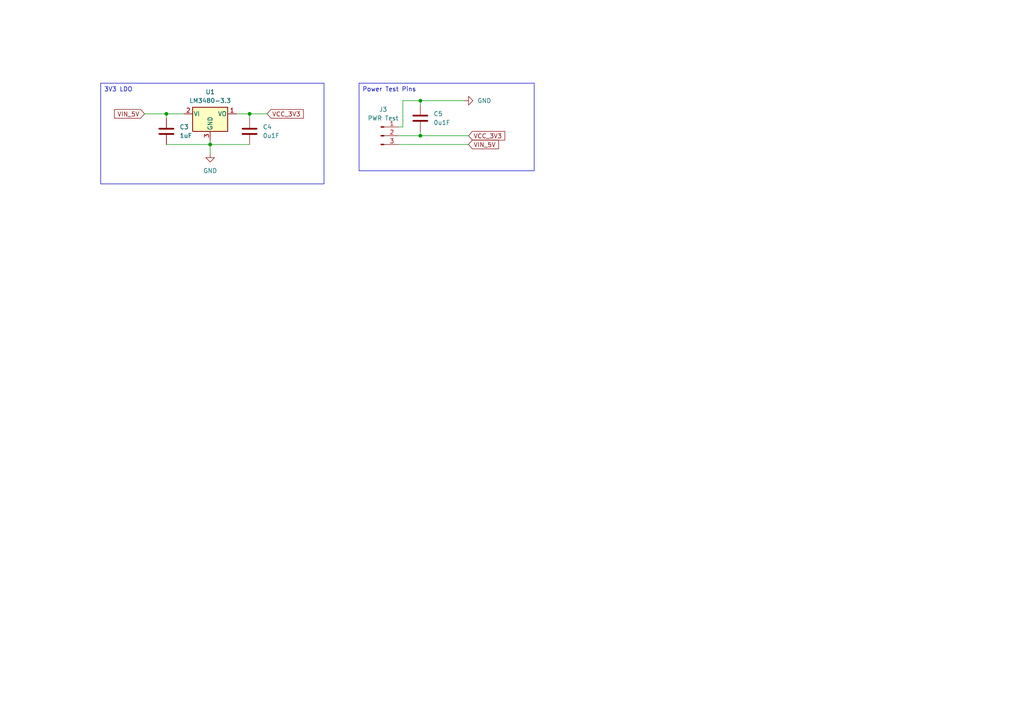
<source format=kicad_sch>
(kicad_sch (version 20230121) (generator eeschema)
  (paper "A4")
  (lib_symbols
    (symbol "Connector:Conn_01x03_Pin" (pin_names (offset 1.016) hide)
      (property "Reference" "J" (at 0 5.08 0))
      (property "Value" "Conn_01x03_Pin" (at 0 -5.08 0))
      (symbol "Conn_01x03_Pin_1_1"
        (polyline (pts (xy 1.27 -2.54) (xy 0.8636 -2.54)) (stroke (width 0.1524)))
        (polyline (pts (xy 1.27 0) (xy 0.8636 0)) (stroke (width 0.1524)))
        (polyline (pts (xy 1.27 2.54) (xy 0.8636 2.54)) (stroke (width 0.1524)))
        (rectangle (start 0.8636 -2.413) (end 0 -2.667) (stroke (width 0.1524)) (fill (type outline)))
        (rectangle (start 0.8636 0.127) (end 0 -0.127) (stroke (width 0.1524)) (fill (type outline)))
        (rectangle (start 0.8636 2.667) (end 0 2.413) (stroke (width 0.1524)) (fill (type outline)))
        (pin passive line (at 5.08 2.54 180) (length 3.81) (name "Pin_1") (number "1"))
        (pin passive line (at 5.08 0 180) (length 3.81) (name "Pin_2") (number "2"))
        (pin passive line (at 5.08 -2.54 180) (length 3.81) (name "Pin_3") (number "3"))
      )
    )
    (symbol "Device:C" (pin_numbers hide) (pin_names (offset 0.254))
      (property "Reference" "C" (at 0.635 2.54 0))
      (property "Value" "C" (at 0.635 -2.54 0))
      (symbol "C_0_1"
        (polyline (pts (xy -2.032 -0.762) (xy 2.032 -0.762)) (stroke (width 0.508)))
        (polyline (pts (xy -2.032 0.762) (xy 2.032 0.762)) (stroke (width 0.508)))
      )
      (symbol "C_1_1"
        (pin passive line (at 0 3.81 270) (length 2.794) (name "~") (number "1"))
        (pin passive line (at 0 -3.81 90) (length 2.794) (name "~") (number "2"))
      )
    )
    (symbol "Regulator_Linear:LM3480-3.3" (pin_names (offset 0.254))
      (property "Reference" "U" (at -3.81 3.175 0))
      (property "Value" "LM3480-3.3" (at 0 3.175 0))
      (symbol "LM3480-3.3_0_1"
        (rectangle (start -5.08 1.905) (end 5.08 -5.08) (stroke (width 0.254)) (fill (type background)))
      )
      (symbol "LM3480-3.3_1_1"
        (pin power_out line (at 7.62 0 180) (length 2.54) (name "VO") (number "1"))
        (pin power_in line (at -7.62 0 0) (length 2.54) (name "VI") (number "2"))
        (pin power_in line (at 0 -7.62 90) (length 2.54) (name "GND") (number "3"))
      )
    )
    (symbol "power:GND" (power) (pin_names (offset 0))
      (property "Value" "GND" (at 0 -3.81 0))
      (symbol "GND_0_1"
        (polyline (pts (xy 0 0) (xy 0 -1.27) (xy 1.27 -1.27) (xy 0 -2.54) (xy -1.27 -1.27) (xy 0 -1.27)))
      )
      (symbol "GND_1_1"
        (pin power_in line (at 0 0 270) (length 0) hide (name "GND") (number "1"))
      )
    )
  )
  (junction (at 48.26 33.02))
  (junction (at 60.96 41.91))
  (junction (at 121.92 39.37))
  (junction (at 121.92 29.21))
  (junction (at 72.39 33.02))
  (wire (pts (xy 115.57 39.37) (xy 121.92 39.37)))
  (wire (pts (xy 121.92 29.21) (xy 121.92 30.48)))
  (wire (pts (xy 121.92 38.1) (xy 121.92 39.37)))
  (wire (pts (xy 48.26 33.02) (xy 48.26 34.29)))
  (wire (pts (xy 121.92 29.21) (xy 134.62 29.21)))
  (wire (pts (xy 60.96 41.91) (xy 60.96 44.45)))
  (wire (pts (xy 116.84 29.21) (xy 121.92 29.21)))
  (wire (pts (xy 121.92 39.37) (xy 135.89 39.37)))
  (wire (pts (xy 41.91 33.02) (xy 48.26 33.02)))
  (wire (pts (xy 48.26 33.02) (xy 53.34 33.02)))
  (wire (pts (xy 48.26 41.91) (xy 60.96 41.91)))
  (wire (pts (xy 116.84 36.83) (xy 115.57 36.83)))
  (wire (pts (xy 60.96 41.91) (xy 72.39 41.91)))
  (wire (pts (xy 115.57 41.91) (xy 135.89 41.91)))
  (wire (pts (xy 68.58 33.02) (xy 72.39 33.02)))
  (wire (pts (xy 72.39 33.02) (xy 72.39 34.29)))
  (wire (pts (xy 60.96 40.64) (xy 60.96 41.91)))
  (wire (pts (xy 116.84 29.21) (xy 116.84 36.83)))
  (wire (pts (xy 72.39 33.02) (xy 77.47 33.02)))
  (text_box "3V3 LDO" (at 29.21 24.13 0) (size 64.77 29.21) (effects (font (size 1.27 1.27)) (justify left top)))
  (text_box "Power Test Pins" (at 104.14 24.13 0) (size 50.8 25.4) (effects (font (size 1.27 1.27)) (justify left top)))
  (global_label "VCC_3V3" (shape input) (at 135.89 39.37 0) (property "Intersheetrefs" "${INTERSHEET_REFS}" (effects hide)))
  (global_label "VIN_5V" (shape input) (at 135.89 41.91 0) (property "Intersheetrefs" "${INTERSHEET_REFS}" (effects hide)))
  (global_label "VCC_3V3" (shape input) (at 77.47 33.02 0) (property "Intersheetrefs" "${INTERSHEET_REFS}" (effects hide)))
  (global_label "VIN_5V" (shape input) (at 41.91 33.02 180) (property "Intersheetrefs" "${INTERSHEET_REFS}" (effects hide)))
  (symbol (lib_id "Device:C") (at 121.92 34.29 0) (unit 1)
    (property "Reference" "C5" (at 125.73 33.02 0) (effects (justify left)))
    (property "Value" "0u1F" (at 125.73 35.56 0) (effects (justify left)))
    (property "Footprint" "Capacitor_SMD:C_0402_1005Metric" (effects hide))
  )
  (symbol (lib_id "power:GND") (at 60.96 44.45 0) (unit 1)
    (property "Reference" "#PWR03" (effects hide))
    (property "Value" "GND" (at 60.96 49.53 0))
  )
  (symbol (lib_id "power:GND") (at 134.62 29.21 90) (unit 1)
    (property "Reference" "#PWR04" (effects hide))
    (property "Value" "GND" (at 138.43 29.21 90) (effects (justify right)))
  )
  (symbol (lib_id "Regulator_Linear:LM3480-3.3") (at 60.96 33.02 0) (unit 1)
    (property "Reference" "U1" (at 60.96 26.67 0))
    (property "Value" "LM3480-3.3" (at 60.96 29.21 0))
    (property "Footprint" "Package_TO_SOT_SMD:SOT-23" (effects hide))
    (property "Datasheet" "http://www.ti.com/lit/ds/symlink/lm3480.pdf" (effects hide))
  )
  (symbol (lib_id "Connector:Conn_01x03_Pin") (at 110.49 39.37 0) (unit 1)
    (property "Reference" "J3" (at 111.125 31.75 0))
    (property "Value" "PWR Test" (at 111.125 34.29 0))
    (property "Footprint" "Connector_PinHeader_2.54mm:PinHeader_1x03_P2.54mm_Vertical" (effects hide))
  )
  (symbol (lib_id "Device:C") (at 48.26 38.1 0) (unit 1)
    (property "Reference" "C3" (at 52.07 36.83 0) (effects (justify left)))
    (property "Value" "1uF" (at 52.07 39.37 0) (effects (justify left)))
    (property "Footprint" "Capacitor_SMD:C_0402_1005Metric" (effects hide))
  )
  (symbol (lib_id "Device:C") (at 72.39 38.1 0) (unit 1)
    (property "Reference" "C4" (at 76.2 36.83 0) (effects (justify left)))
    (property "Value" "0u1F" (at 76.2 39.37 0) (effects (justify left)))
    (property "Footprint" "Capacitor_SMD:C_0402_1005Metric" (effects hide))
  )
)
</source>
